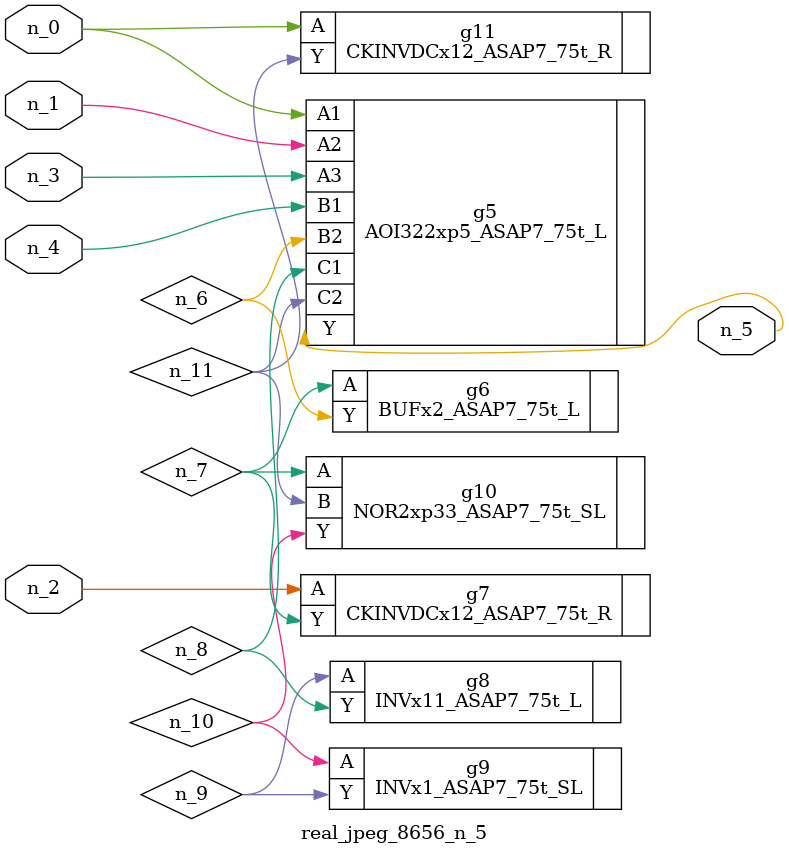
<source format=v>
module real_jpeg_8656_n_5 (n_4, n_0, n_1, n_2, n_3, n_5);

input n_4;
input n_0;
input n_1;
input n_2;
input n_3;

output n_5;

wire n_8;
wire n_11;
wire n_6;
wire n_7;
wire n_10;
wire n_9;

AOI322xp5_ASAP7_75t_L g5 ( 
.A1(n_0),
.A2(n_1),
.A3(n_3),
.B1(n_4),
.B2(n_6),
.C1(n_8),
.C2(n_11),
.Y(n_5)
);

CKINVDCx12_ASAP7_75t_R g11 ( 
.A(n_0),
.Y(n_11)
);

CKINVDCx12_ASAP7_75t_R g7 ( 
.A(n_2),
.Y(n_7)
);

BUFx2_ASAP7_75t_L g6 ( 
.A(n_7),
.Y(n_6)
);

NOR2xp33_ASAP7_75t_SL g10 ( 
.A(n_7),
.B(n_11),
.Y(n_10)
);

INVx11_ASAP7_75t_L g8 ( 
.A(n_9),
.Y(n_8)
);

INVx1_ASAP7_75t_SL g9 ( 
.A(n_10),
.Y(n_9)
);


endmodule
</source>
